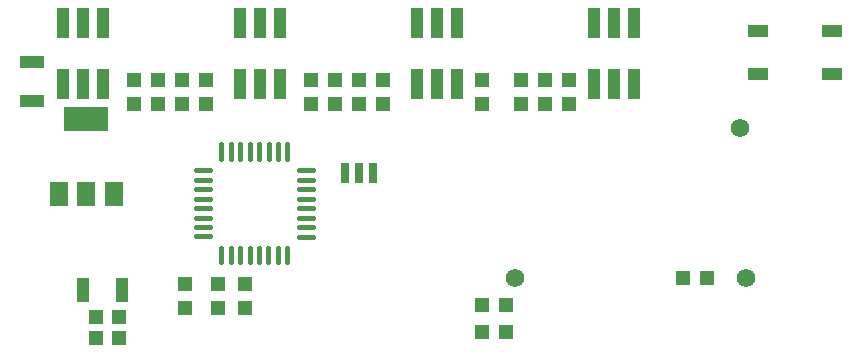
<source format=gtp>
G04 ---------------------------- Layer name :TOP PASTER LAYER*
G04 EasyEDA v5.6.15, Thu, 09 Aug 2018 00:10:23 GMT*
G04 1eb12ba90bff44d893ac4b1b4a3eba8c*
G04 Gerber Generator version 0.2*
G04 Scale: 100 percent, Rotated: No, Reflected: No *
G04 Dimensions in millimeters *
G04 leading zeros omitted , absolute positions ,3 integer and 3 decimal *
%FSLAX33Y33*%
%MOMM*%
G90*
G71D02*

%ADD14C,0.450012*%
%ADD18C,1.575054*%
%ADD19R,3.799992X1.999996*%
%ADD20R,1.499997X1.999996*%
%ADD21R,0.701040X1.699260*%
%ADD22R,1.799996X1.099998*%
%ADD23R,1.099998X2.499995*%
%ADD24R,1.206500X1.206500*%
%ADD25R,1.206500X1.207008*%
%ADD26R,0.999998X1.999996*%
%ADD27R,1.999996X0.999998*%

%LPD*%
G54D14*
G01X28194Y9763D02*
G01X28194Y10963D01*
G01X27393Y9763D02*
G01X27393Y10963D01*
G01X26593Y9763D02*
G01X26593Y10963D01*
G01X25793Y9763D02*
G01X25793Y10963D01*
G01X24996Y9763D02*
G01X24996Y10963D01*
G01X24196Y9763D02*
G01X24196Y10963D01*
G01X23395Y9763D02*
G01X23395Y10963D01*
G01X22595Y9763D02*
G01X22595Y10963D01*
G01X21631Y11938D02*
G01X20431Y11938D01*
G01X21631Y12738D02*
G01X20431Y12738D01*
G01X21631Y13538D02*
G01X20431Y13538D01*
G01X21631Y14338D02*
G01X20431Y14338D01*
G01X21631Y15135D02*
G01X20431Y15135D01*
G01X21631Y15935D02*
G01X20431Y15935D01*
G01X21631Y16736D02*
G01X20431Y16736D01*
G01X21631Y17536D02*
G01X20431Y17536D01*
G01X22606Y18526D02*
G01X22606Y19726D01*
G01X23406Y18526D02*
G01X23406Y19726D01*
G01X24206Y18526D02*
G01X24206Y19726D01*
G01X25006Y18526D02*
G01X25006Y19726D01*
G01X25803Y18526D02*
G01X25803Y19726D01*
G01X26603Y18526D02*
G01X26603Y19726D01*
G01X27404Y18526D02*
G01X27404Y19726D01*
G01X28204Y18526D02*
G01X28204Y19726D01*
G01X30368Y17526D02*
G01X29168Y17526D01*
G01X30368Y16725D02*
G01X29168Y16725D01*
G01X30368Y15925D02*
G01X29168Y15925D01*
G01X30368Y15125D02*
G01X29168Y15125D01*
G01X30368Y14328D02*
G01X29168Y14328D01*
G01X30368Y13528D02*
G01X29168Y13528D01*
G01X30368Y12727D02*
G01X29168Y12727D01*
G01X30368Y11927D02*
G01X29168Y11927D01*
G54D18*
G01X67056Y8382D03*
G01X66548Y21082D03*
G01X47498Y8382D03*
G54D19*
G01X11176Y21844D03*
G54D20*
G01X11176Y15543D03*
G01X13475Y15543D03*
G01X8876Y15543D03*
G54D21*
G01X33096Y17270D03*
G01X34290Y17270D03*
G01X35483Y17270D03*
G54D22*
G01X68070Y29371D03*
G01X68070Y25670D03*
G01X74270Y29371D03*
G01X74270Y25670D03*
G54D23*
G01X57580Y30031D03*
G01X55878Y30031D03*
G01X54179Y30031D03*
G01X57580Y24831D03*
G01X55880Y24831D03*
G01X54179Y24831D03*
G01X42594Y30031D03*
G01X40895Y30031D03*
G01X39196Y30031D03*
G01X42594Y24831D03*
G01X40895Y24831D03*
G01X39196Y24831D03*
G01X27608Y30031D03*
G01X25906Y30031D03*
G01X24207Y30031D03*
G01X27608Y24831D03*
G01X25908Y24831D03*
G01X24207Y24831D03*
G01X12622Y30031D03*
G01X10923Y30031D03*
G01X9224Y30031D03*
G01X12622Y24831D03*
G01X10923Y24831D03*
G01X9224Y24831D03*
G54D24*
G01X61723Y8380D03*
G01X63704Y8380D03*
G01X13971Y5078D03*
G01X11990Y5078D03*
G01X13971Y3300D03*
G01X11990Y3300D03*
G54D25*
G01X15241Y25147D03*
G54D24*
G01X15241Y23166D03*
G54D25*
G01X17273Y25147D03*
G54D24*
G01X17273Y23166D03*
G54D25*
G01X19305Y25147D03*
G54D24*
G01X19305Y23166D03*
G54D25*
G01X21337Y25147D03*
G54D24*
G01X21337Y23166D03*
G01X44702Y3811D03*
G01X46683Y3811D03*
G01X44702Y6097D03*
G01X46683Y6097D03*
G54D25*
G01X30227Y25147D03*
G54D24*
G01X30227Y23166D03*
G54D25*
G01X32259Y25147D03*
G54D24*
G01X32259Y23166D03*
G54D25*
G01X34291Y25147D03*
G54D24*
G01X34291Y23166D03*
G54D25*
G01X36323Y25147D03*
G54D24*
G01X36323Y23166D03*
G54D25*
G01X44705Y25147D03*
G54D24*
G01X44705Y23166D03*
G54D25*
G01X48007Y25147D03*
G54D24*
G01X48007Y23166D03*
G54D25*
G01X50039Y25147D03*
G54D24*
G01X50039Y23166D03*
G54D25*
G01X52071Y25147D03*
G54D24*
G01X52071Y23166D03*
G01X24639Y7875D03*
G01X24639Y5894D03*
G01X22353Y7875D03*
G01X22353Y5894D03*
G54D25*
G01X19559Y7875D03*
G54D24*
G01X19559Y5894D03*
G54D26*
G01X10922Y7366D03*
G01X14224Y7366D03*
G54D27*
G01X6604Y26670D03*
G01X6604Y23368D03*
M00*
M02*

</source>
